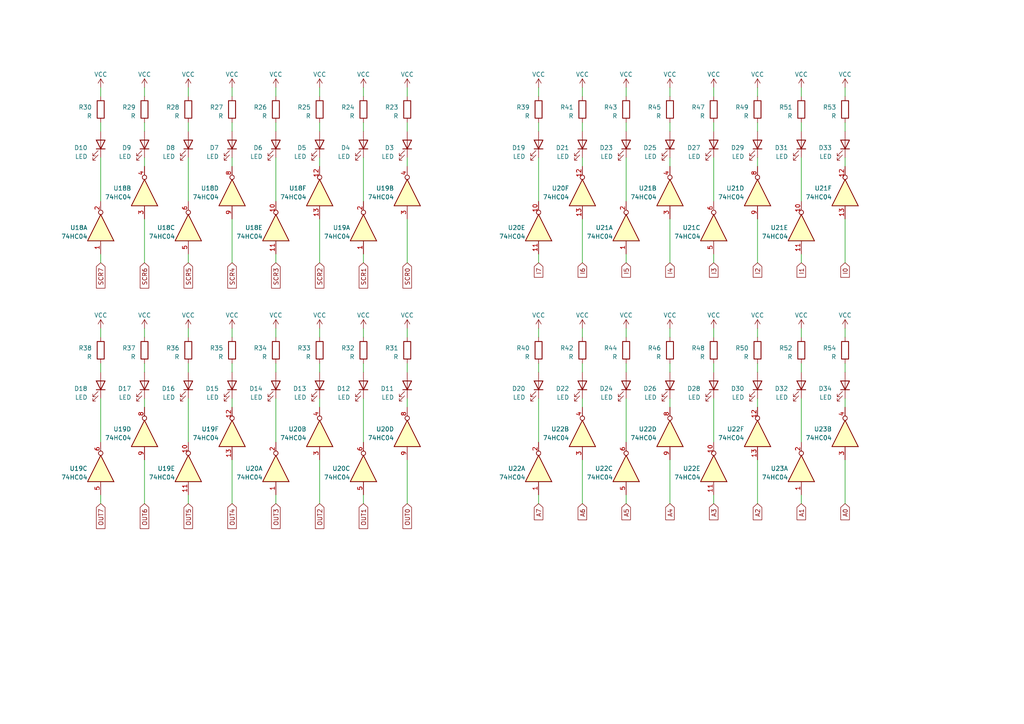
<source format=kicad_sch>
(kicad_sch (version 20230121) (generator eeschema)
  (paper "A4")
  (lib_symbols
    (symbol "74xx:74HC04"
      (property "Reference" "U" (at 0 1.27 0))
      (property "Value" "74HC04" (at 0 -1.27 0))
      (symbol "74HC04_1_0"
        (polyline (pts (xy -3.81 3.81) (xy -3.81 -3.81) (xy 3.81 0) (xy -3.81 3.81)) (stroke (width 0.254)) (fill (type background)))
        (pin input line (at -7.62 0 0) (length 3.81) (name "~") (number "1"))
        (pin output inverted (at 7.62 0 180) (length 3.81) (name "~") (number "2"))
      )
      (symbol "74HC04_2_0"
        (polyline (pts (xy -3.81 3.81) (xy -3.81 -3.81) (xy 3.81 0) (xy -3.81 3.81)) (stroke (width 0.254)) (fill (type background)))
        (pin input line (at -7.62 0 0) (length 3.81) (name "~") (number "3"))
        (pin output inverted (at 7.62 0 180) (length 3.81) (name "~") (number "4"))
      )
      (symbol "74HC04_3_0"
        (polyline (pts (xy -3.81 3.81) (xy -3.81 -3.81) (xy 3.81 0) (xy -3.81 3.81)) (stroke (width 0.254)) (fill (type background)))
        (pin input line (at -7.62 0 0) (length 3.81) (name "~") (number "5"))
        (pin output inverted (at 7.62 0 180) (length 3.81) (name "~") (number "6"))
      )
      (symbol "74HC04_4_0"
        (polyline (pts (xy -3.81 3.81) (xy -3.81 -3.81) (xy 3.81 0) (xy -3.81 3.81)) (stroke (width 0.254)) (fill (type background)))
        (pin output inverted (at 7.62 0 180) (length 3.81) (name "~") (number "8"))
        (pin input line (at -7.62 0 0) (length 3.81) (name "~") (number "9"))
      )
      (symbol "74HC04_5_0"
        (polyline (pts (xy -3.81 3.81) (xy -3.81 -3.81) (xy 3.81 0) (xy -3.81 3.81)) (stroke (width 0.254)) (fill (type background)))
        (pin output inverted (at 7.62 0 180) (length 3.81) (name "~") (number "10"))
        (pin input line (at -7.62 0 0) (length 3.81) (name "~") (number "11"))
      )
      (symbol "74HC04_6_0"
        (polyline (pts (xy -3.81 3.81) (xy -3.81 -3.81) (xy 3.81 0) (xy -3.81 3.81)) (stroke (width 0.254)) (fill (type background)))
        (pin output inverted (at 7.62 0 180) (length 3.81) (name "~") (number "12"))
        (pin input line (at -7.62 0 0) (length 3.81) (name "~") (number "13"))
      )
      (symbol "74HC04_7_0"
        (pin power_in line (at 0 12.7 270) (length 5.08) (name "VCC") (number "14"))
        (pin power_in line (at 0 -12.7 90) (length 5.08) (name "GND") (number "7"))
      )
      (symbol "74HC04_7_1"
        (rectangle (start -5.08 7.62) (end 5.08 -7.62) (stroke (width 0.254)) (fill (type background)))
      )
    )
    (symbol "Device:LED" (pin_numbers hide) (pin_names (offset 1.016) hide)
      (property "Reference" "D" (at 0 2.54 0))
      (property "Value" "LED" (at 0 -2.54 0))
      (symbol "LED_0_1"
        (polyline (pts (xy -1.27 -1.27) (xy -1.27 1.27)) (stroke (width 0.254)))
        (polyline (pts (xy -1.27 0) (xy 1.27 0)))
        (polyline (pts (xy 1.27 -1.27) (xy 1.27 1.27) (xy -1.27 0) (xy 1.27 -1.27)) (stroke (width 0.254)))
        (polyline (pts (xy -3.048 -0.762) (xy -4.572 -2.286) (xy -3.81 -2.286) (xy -4.572 -2.286) (xy -4.572 -1.524)))
        (polyline (pts (xy -1.778 -0.762) (xy -3.302 -2.286) (xy -2.54 -2.286) (xy -3.302 -2.286) (xy -3.302 -1.524)))
      )
      (symbol "LED_1_1"
        (pin passive line (at -3.81 0 0) (length 2.54) (name "K") (number "1"))
        (pin passive line (at 3.81 0 180) (length 2.54) (name "A") (number "2"))
      )
    )
    (symbol "Device:R" (pin_numbers hide) (pin_names (offset 0))
      (property "Reference" "R" (at 2.032 0 90))
      (property "Value" "R" (at 0 0 90))
      (symbol "R_0_1"
        (rectangle (start -1.016 -2.54) (end 1.016 2.54) (stroke (width 0.254)))
      )
      (symbol "R_1_1"
        (pin passive line (at 0 3.81 270) (length 1.27) (name "~") (number "1"))
        (pin passive line (at 0 -3.81 90) (length 1.27) (name "~") (number "2"))
      )
    )
    (symbol "power:VCC" (power) (pin_names (offset 0))
      (property "Value" "VCC" (at 0 3.81 0))
      (symbol "VCC_0_1"
        (polyline (pts (xy -0.762 1.27) (xy 0 2.54)))
        (polyline (pts (xy 0 0) (xy 0 2.54)))
        (polyline (pts (xy 0 2.54) (xy 0.762 1.27)))
      )
      (symbol "VCC_1_1"
        (pin power_in line (at 0 0 90) (length 0) hide (name "VCC") (number "1"))
      )
    )
  )
  (wire (pts (xy 207.01 143.51) (xy 207.01 146.05)))
  (wire (pts (xy 118.11 133.35) (xy 118.11 146.05)))
  (wire (pts (xy 41.91 45.72) (xy 41.91 48.26)))
  (wire (pts (xy 80.01 115.57) (xy 80.01 128.27)))
  (wire (pts (xy 156.21 95.25) (xy 156.21 97.79)))
  (wire (pts (xy 194.31 95.25) (xy 194.31 97.79)))
  (wire (pts (xy 118.11 63.5) (xy 118.11 76.2)))
  (wire (pts (xy 207.01 25.4) (xy 207.01 27.94)))
  (wire (pts (xy 41.91 115.57) (xy 41.91 118.11)))
  (wire (pts (xy 156.21 73.66) (xy 156.21 76.2)))
  (wire (pts (xy 29.21 25.4) (xy 29.21 27.94)))
  (wire (pts (xy 207.01 35.56) (xy 207.01 38.1)))
  (wire (pts (xy 168.91 25.4) (xy 168.91 27.94)))
  (wire (pts (xy 194.31 45.72) (xy 194.31 48.26)))
  (wire (pts (xy 41.91 105.41) (xy 41.91 107.95)))
  (wire (pts (xy 181.61 143.51) (xy 181.61 146.05)))
  (wire (pts (xy 232.41 143.51) (xy 232.41 146.05)))
  (wire (pts (xy 168.91 105.41) (xy 168.91 107.95)))
  (wire (pts (xy 80.01 35.56) (xy 80.01 38.1)))
  (wire (pts (xy 105.41 95.25) (xy 105.41 97.79)))
  (wire (pts (xy 54.61 143.51) (xy 54.61 146.05)))
  (wire (pts (xy 245.11 95.25) (xy 245.11 97.79)))
  (wire (pts (xy 168.91 35.56) (xy 168.91 38.1)))
  (wire (pts (xy 245.11 115.57) (xy 245.11 118.11)))
  (wire (pts (xy 54.61 35.56) (xy 54.61 38.1)))
  (wire (pts (xy 92.71 133.35) (xy 92.71 146.05)))
  (wire (pts (xy 118.11 45.72) (xy 118.11 48.26)))
  (wire (pts (xy 232.41 105.41) (xy 232.41 107.95)))
  (wire (pts (xy 67.31 63.5) (xy 67.31 76.2)))
  (wire (pts (xy 207.01 115.57) (xy 207.01 128.27)))
  (wire (pts (xy 80.01 73.66) (xy 80.01 76.2)))
  (wire (pts (xy 54.61 105.41) (xy 54.61 107.95)))
  (wire (pts (xy 80.01 143.51) (xy 80.01 146.05)))
  (wire (pts (xy 67.31 25.4) (xy 67.31 27.94)))
  (wire (pts (xy 105.41 115.57) (xy 105.41 128.27)))
  (wire (pts (xy 67.31 115.57) (xy 67.31 118.11)))
  (wire (pts (xy 80.01 105.41) (xy 80.01 107.95)))
  (wire (pts (xy 67.31 35.56) (xy 67.31 38.1)))
  (wire (pts (xy 219.71 115.57) (xy 219.71 118.11)))
  (wire (pts (xy 80.01 25.4) (xy 80.01 27.94)))
  (wire (pts (xy 118.11 25.4) (xy 118.11 27.94)))
  (wire (pts (xy 194.31 115.57) (xy 194.31 118.11)))
  (wire (pts (xy 41.91 25.4) (xy 41.91 27.94)))
  (wire (pts (xy 245.11 45.72) (xy 245.11 48.26)))
  (wire (pts (xy 92.71 105.41) (xy 92.71 107.95)))
  (wire (pts (xy 92.71 25.4) (xy 92.71 27.94)))
  (wire (pts (xy 168.91 45.72) (xy 168.91 48.26)))
  (wire (pts (xy 29.21 143.51) (xy 29.21 146.05)))
  (wire (pts (xy 29.21 35.56) (xy 29.21 38.1)))
  (wire (pts (xy 92.71 95.25) (xy 92.71 97.79)))
  (wire (pts (xy 207.01 45.72) (xy 207.01 58.42)))
  (wire (pts (xy 194.31 133.35) (xy 194.31 146.05)))
  (wire (pts (xy 156.21 35.56) (xy 156.21 38.1)))
  (wire (pts (xy 54.61 25.4) (xy 54.61 27.94)))
  (wire (pts (xy 194.31 25.4) (xy 194.31 27.94)))
  (wire (pts (xy 29.21 115.57) (xy 29.21 128.27)))
  (wire (pts (xy 168.91 115.57) (xy 168.91 118.11)))
  (wire (pts (xy 232.41 95.25) (xy 232.41 97.79)))
  (wire (pts (xy 105.41 45.72) (xy 105.41 58.42)))
  (wire (pts (xy 92.71 35.56) (xy 92.71 38.1)))
  (wire (pts (xy 245.11 35.56) (xy 245.11 38.1)))
  (wire (pts (xy 41.91 35.56) (xy 41.91 38.1)))
  (wire (pts (xy 232.41 25.4) (xy 232.41 27.94)))
  (wire (pts (xy 156.21 115.57) (xy 156.21 128.27)))
  (wire (pts (xy 219.71 105.41) (xy 219.71 107.95)))
  (wire (pts (xy 181.61 45.72) (xy 181.61 58.42)))
  (wire (pts (xy 118.11 115.57) (xy 118.11 118.11)))
  (wire (pts (xy 118.11 95.25) (xy 118.11 97.79)))
  (wire (pts (xy 245.11 63.5) (xy 245.11 76.2)))
  (wire (pts (xy 245.11 25.4) (xy 245.11 27.94)))
  (wire (pts (xy 54.61 115.57) (xy 54.61 128.27)))
  (wire (pts (xy 181.61 115.57) (xy 181.61 128.27)))
  (wire (pts (xy 29.21 73.66) (xy 29.21 76.2)))
  (wire (pts (xy 194.31 35.56) (xy 194.31 38.1)))
  (wire (pts (xy 67.31 45.72) (xy 67.31 48.26)))
  (wire (pts (xy 92.71 63.5) (xy 92.71 76.2)))
  (wire (pts (xy 168.91 95.25) (xy 168.91 97.79)))
  (wire (pts (xy 41.91 133.35) (xy 41.91 146.05)))
  (wire (pts (xy 194.31 105.41) (xy 194.31 107.95)))
  (wire (pts (xy 181.61 105.41) (xy 181.61 107.95)))
  (wire (pts (xy 232.41 45.72) (xy 232.41 58.42)))
  (wire (pts (xy 245.11 133.35) (xy 245.11 146.05)))
  (wire (pts (xy 245.11 105.41) (xy 245.11 107.95)))
  (wire (pts (xy 194.31 63.5) (xy 194.31 76.2)))
  (wire (pts (xy 29.21 95.25) (xy 29.21 97.79)))
  (wire (pts (xy 232.41 35.56) (xy 232.41 38.1)))
  (wire (pts (xy 219.71 95.25) (xy 219.71 97.79)))
  (wire (pts (xy 67.31 105.41) (xy 67.31 107.95)))
  (wire (pts (xy 207.01 95.25) (xy 207.01 97.79)))
  (wire (pts (xy 54.61 95.25) (xy 54.61 97.79)))
  (wire (pts (xy 219.71 35.56) (xy 219.71 38.1)))
  (wire (pts (xy 207.01 73.66) (xy 207.01 76.2)))
  (wire (pts (xy 67.31 95.25) (xy 67.31 97.79)))
  (wire (pts (xy 92.71 115.57) (xy 92.71 118.11)))
  (wire (pts (xy 181.61 73.66) (xy 181.61 76.2)))
  (wire (pts (xy 41.91 63.5) (xy 41.91 76.2)))
  (wire (pts (xy 181.61 35.56) (xy 181.61 38.1)))
  (wire (pts (xy 105.41 143.51) (xy 105.41 146.05)))
  (wire (pts (xy 156.21 143.51) (xy 156.21 146.05)))
  (wire (pts (xy 105.41 35.56) (xy 105.41 38.1)))
  (wire (pts (xy 80.01 45.72) (xy 80.01 58.42)))
  (wire (pts (xy 232.41 73.66) (xy 232.41 76.2)))
  (wire (pts (xy 29.21 105.41) (xy 29.21 107.95)))
  (wire (pts (xy 41.91 95.25) (xy 41.91 97.79)))
  (wire (pts (xy 105.41 73.66) (xy 105.41 76.2)))
  (wire (pts (xy 168.91 133.35) (xy 168.91 146.05)))
  (wire (pts (xy 219.71 133.35) (xy 219.71 146.05)))
  (wire (pts (xy 105.41 105.41) (xy 105.41 107.95)))
  (wire (pts (xy 156.21 45.72) (xy 156.21 58.42)))
  (wire (pts (xy 219.71 63.5) (xy 219.71 76.2)))
  (wire (pts (xy 80.01 95.25) (xy 80.01 97.79)))
  (wire (pts (xy 156.21 105.41) (xy 156.21 107.95)))
  (wire (pts (xy 156.21 25.4) (xy 156.21 27.94)))
  (wire (pts (xy 207.01 105.41) (xy 207.01 107.95)))
  (wire (pts (xy 92.71 45.72) (xy 92.71 48.26)))
  (wire (pts (xy 54.61 73.66) (xy 54.61 76.2)))
  (wire (pts (xy 54.61 45.72) (xy 54.61 58.42)))
  (wire (pts (xy 105.41 25.4) (xy 105.41 27.94)))
  (wire (pts (xy 118.11 105.41) (xy 118.11 107.95)))
  (wire (pts (xy 181.61 95.25) (xy 181.61 97.79)))
  (wire (pts (xy 219.71 45.72) (xy 219.71 48.26)))
  (wire (pts (xy 118.11 35.56) (xy 118.11 38.1)))
  (wire (pts (xy 67.31 133.35) (xy 67.31 146.05)))
  (wire (pts (xy 29.21 45.72) (xy 29.21 58.42)))
  (wire (pts (xy 181.61 25.4) (xy 181.61 27.94)))
  (wire (pts (xy 168.91 63.5) (xy 168.91 76.2)))
  (wire (pts (xy 232.41 115.57) (xy 232.41 128.27)))
  (wire (pts (xy 219.71 25.4) (xy 219.71 27.94)))
  (global_label "I6" (shape input) (at 168.91 76.2 270) (property "Intersheetrefs" "${INTERSHEET_REFS}" (effects hide)))
  (global_label "I3" (shape input) (at 207.01 76.2 270) (property "Intersheetrefs" "${INTERSHEET_REFS}" (effects hide)))
  (global_label "A5" (shape input) (at 181.61 146.05 270) (property "Intersheetrefs" "${INTERSHEET_REFS}" (effects hide)))
  (global_label "A0" (shape input) (at 245.11 146.05 270) (property "Intersheetrefs" "${INTERSHEET_REFS}" (effects hide)))
  (global_label "A7" (shape input) (at 156.21 146.05 270) (property "Intersheetrefs" "${INTERSHEET_REFS}" (effects hide)))
  (global_label "I5" (shape input) (at 181.61 76.2 270) (property "Intersheetrefs" "${INTERSHEET_REFS}" (effects hide)))
  (global_label "A3" (shape input) (at 207.01 146.05 270) (property "Intersheetrefs" "${INTERSHEET_REFS}" (effects hide)))
  (global_label "SCR7" (shape input) (at 29.21 76.2 270) (property "Intersheetrefs" "${INTERSHEET_REFS}" (effects hide)))
  (global_label "SCR0" (shape input) (at 118.11 76.2 270) (property "Intersheetrefs" "${INTERSHEET_REFS}" (effects hide)))
  (global_label "I0" (shape input) (at 245.11 76.2 270) (property "Intersheetrefs" "${INTERSHEET_REFS}" (effects hide)))
  (global_label "OUT2" (shape input) (at 92.71 146.05 270) (property "Intersheetrefs" "${INTERSHEET_REFS}" (effects hide)))
  (global_label "SCR4" (shape input) (at 67.31 76.2 270) (property "Intersheetrefs" "${INTERSHEET_REFS}" (effects hide)))
  (global_label "A4" (shape input) (at 194.31 146.05 270) (property "Intersheetrefs" "${INTERSHEET_REFS}" (effects hide)))
  (global_label "OUT1" (shape input) (at 105.41 146.05 270) (property "Intersheetrefs" "${INTERSHEET_REFS}" (effects hide)))
  (global_label "OUT5" (shape input) (at 54.61 146.05 270) (property "Intersheetrefs" "${INTERSHEET_REFS}" (effects hide)))
  (global_label "A1" (shape input) (at 232.41 146.05 270) (property "Intersheetrefs" "${INTERSHEET_REFS}" (effects hide)))
  (global_label "OUT3" (shape input) (at 80.01 146.05 270) (property "Intersheetrefs" "${INTERSHEET_REFS}" (effects hide)))
  (global_label "A6" (shape input) (at 168.91 146.05 270) (property "Intersheetrefs" "${INTERSHEET_REFS}" (effects hide)))
  (global_label "OUT7" (shape input) (at 29.21 146.05 270) (property "Intersheetrefs" "${INTERSHEET_REFS}" (effects hide)))
  (global_label "A2" (shape input) (at 219.71 146.05 270) (property "Intersheetrefs" "${INTERSHEET_REFS}" (effects hide)))
  (global_label "OUT6" (shape input) (at 41.91 146.05 270) (property "Intersheetrefs" "${INTERSHEET_REFS}" (effects hide)))
  (global_label "SCR1" (shape input) (at 105.41 76.2 270) (property "Intersheetrefs" "${INTERSHEET_REFS}" (effects hide)))
  (global_label "SCR5" (shape input) (at 54.61 76.2 270) (property "Intersheetrefs" "${INTERSHEET_REFS}" (effects hide)))
  (global_label "OUT0" (shape input) (at 118.11 146.05 270) (property "Intersheetrefs" "${INTERSHEET_REFS}" (effects hide)))
  (global_label "OUT4" (shape input) (at 67.31 146.05 270) (property "Intersheetrefs" "${INTERSHEET_REFS}" (effects hide)))
  (global_label "I4" (shape input) (at 194.31 76.2 270) (property "Intersheetrefs" "${INTERSHEET_REFS}" (effects hide)))
  (global_label "I7" (shape input) (at 156.21 76.2 270) (property "Intersheetrefs" "${INTERSHEET_REFS}" (effects hide)))
  (global_label "SCR6" (shape input) (at 41.91 76.2 270) (property "Intersheetrefs" "${INTERSHEET_REFS}" (effects hide)))
  (global_label "I1" (shape input) (at 232.41 76.2 270) (property "Intersheetrefs" "${INTERSHEET_REFS}" (effects hide)))
  (global_label "I2" (shape input) (at 219.71 76.2 270) (property "Intersheetrefs" "${INTERSHEET_REFS}" (effects hide)))
  (global_label "SCR3" (shape input) (at 80.01 76.2 270) (property "Intersheetrefs" "${INTERSHEET_REFS}" (effects hide)))
  (global_label "SCR2" (shape input) (at 92.71 76.2 270) (property "Intersheetrefs" "${INTERSHEET_REFS}" (effects hide)))
  (symbol (lib_id "power:VCC") (at 207.01 95.25 0) (mirror y) (unit 1)
    (property "Reference" "#PWR0103" (effects hide))
    (property "Value" "VCC" (at 207.01 91.44 0))
  )
  (symbol (lib_id "Device:R") (at 245.11 31.75 0) (mirror y) (unit 1)
    (property "Reference" "R53" (at 242.57 31.115 0) (effects (justify left)))
    (property "Value" "R" (at 242.57 33.655 0) (effects (justify left)))
  )
  (symbol (lib_id "Device:LED") (at 245.11 41.91 270) (mirror x) (unit 1)
    (property "Reference" "D33" (at 241.3 42.8625 90) (effects (justify right)))
    (property "Value" "LED" (at 241.3 45.4025 90) (effects (justify right)))
  )
  (symbol (lib_id "power:VCC") (at 54.61 25.4 0) (mirror y) (unit 1)
    (property "Reference" "#PWR083" (effects hide))
    (property "Value" "VCC" (at 54.61 21.59 0))
  )
  (symbol (lib_id "power:VCC") (at 245.11 95.25 0) (mirror y) (unit 1)
    (property "Reference" "#PWR0109" (effects hide))
    (property "Value" "VCC" (at 245.11 91.44 0))
  )
  (symbol (lib_id "power:VCC") (at 118.11 95.25 0) (mirror y) (unit 1)
    (property "Reference" "#PWR086" (effects hide))
    (property "Value" "VCC" (at 118.11 91.44 0))
  )
  (symbol (lib_id "Device:R") (at 92.71 101.6 0) (mirror y) (unit 1)
    (property "Reference" "R33" (at 90.17 100.965 0) (effects (justify left)))
    (property "Value" "R" (at 90.17 103.505 0) (effects (justify left)))
  )
  (symbol (lib_id "74xx:74HC04") (at 92.71 125.73 270) (mirror x) (unit 2)
    (property "Reference" "U20" (at 88.9 124.46 90) (effects (justify right)))
    (property "Value" "74HC04" (at 88.9 127 90) (effects (justify right)))
    (property "Datasheet" "https://assets.nexperia.com/documents/data-sheet/74HC_HCT04.pdf" (effects hide))
  )
  (symbol (lib_id "74xx:74HC04") (at 29.21 135.89 270) (mirror x) (unit 3)
    (property "Reference" "U19" (at 25.4 135.89 90) (effects (justify right)))
    (property "Value" "74HC04" (at 25.4 138.43 90) (effects (justify right)))
    (property "Datasheet" "https://assets.nexperia.com/documents/data-sheet/74HC_HCT04.pdf" (effects hide))
  )
  (symbol (lib_id "74xx:74HC04") (at 67.31 55.88 270) (mirror x) (unit 4)
    (property "Reference" "U18" (at 63.5 54.61 90) (effects (justify right)))
    (property "Value" "74HC04" (at 63.5 57.15 90) (effects (justify right)))
    (property "Datasheet" "https://assets.nexperia.com/documents/data-sheet/74HC_HCT04.pdf" (effects hide))
  )
  (symbol (lib_id "74xx:74HC04") (at 118.11 125.73 270) (mirror x) (unit 4)
    (property "Reference" "U20" (at 114.3 124.46 90) (effects (justify right)))
    (property "Value" "74HC04" (at 114.3 127 90) (effects (justify right)))
    (property "Datasheet" "https://assets.nexperia.com/documents/data-sheet/74HC_HCT04.pdf" (effects hide))
  )
  (symbol (lib_id "74xx:74HC04") (at 67.31 125.73 270) (mirror x) (unit 6)
    (property "Reference" "U19" (at 63.5 124.46 90) (effects (justify right)))
    (property "Value" "74HC04" (at 63.5 127 90) (effects (justify right)))
    (property "Datasheet" "https://assets.nexperia.com/documents/data-sheet/74HC_HCT04.pdf" (effects hide))
  )
  (symbol (lib_id "Device:LED") (at 54.61 41.91 270) (mirror x) (unit 1)
    (property "Reference" "D8" (at 50.8 42.8625 90) (effects (justify right)))
    (property "Value" "LED" (at 50.8 45.4025 90) (effects (justify right)))
  )
  (symbol (lib_id "74xx:74HC04") (at 105.41 135.89 270) (mirror x) (unit 3)
    (property "Reference" "U20" (at 101.6 135.89 90) (effects (justify right)))
    (property "Value" "74HC04" (at 101.6 138.43 90) (effects (justify right)))
    (property "Datasheet" "https://assets.nexperia.com/documents/data-sheet/74HC_HCT04.pdf" (effects hide))
  )
  (symbol (lib_id "Device:R") (at 207.01 31.75 0) (mirror y) (unit 1)
    (property "Reference" "R47" (at 204.47 31.115 0) (effects (justify left)))
    (property "Value" "R" (at 204.47 33.655 0) (effects (justify left)))
  )
  (symbol (lib_id "Device:R") (at 118.11 31.75 0) (mirror y) (unit 1)
    (property "Reference" "R23" (at 115.57 31.115 0) (effects (justify left)))
    (property "Value" "R" (at 115.57 33.655 0) (effects (justify left)))
  )
  (symbol (lib_id "Device:R") (at 41.91 31.75 0) (mirror y) (unit 1)
    (property "Reference" "R29" (at 39.37 31.115 0) (effects (justify left)))
    (property "Value" "R" (at 39.37 33.655 0) (effects (justify left)))
  )
  (symbol (lib_id "Device:R") (at 105.41 101.6 0) (mirror y) (unit 1)
    (property "Reference" "R32" (at 102.87 100.965 0) (effects (justify left)))
    (property "Value" "R" (at 102.87 103.505 0) (effects (justify left)))
  )
  (symbol (lib_id "74xx:74HC04") (at 29.21 66.04 270) (mirror x) (unit 1)
    (property "Reference" "U18" (at 25.4 66.04 90) (effects (justify right)))
    (property "Value" "74HC04" (at 25.4 68.58 90) (effects (justify right)))
    (property "Datasheet" "https://assets.nexperia.com/documents/data-sheet/74HC_HCT04.pdf" (effects hide))
  )
  (symbol (lib_id "Device:R") (at 67.31 31.75 0) (mirror y) (unit 1)
    (property "Reference" "R27" (at 64.77 31.115 0) (effects (justify left)))
    (property "Value" "R" (at 64.77 33.655 0) (effects (justify left)))
  )
  (symbol (lib_id "Device:LED") (at 156.21 41.91 270) (mirror x) (unit 1)
    (property "Reference" "D19" (at 152.4 42.8625 90) (effects (justify right)))
    (property "Value" "LED" (at 152.4 45.4025 90) (effects (justify right)))
  )
  (symbol (lib_id "Device:R") (at 29.21 31.75 0) (mirror y) (unit 1)
    (property "Reference" "R30" (at 26.67 31.115 0) (effects (justify left)))
    (property "Value" "R" (at 26.67 33.655 0) (effects (justify left)))
  )
  (symbol (lib_id "power:VCC") (at 232.41 25.4 0) (mirror y) (unit 1)
    (property "Reference" "#PWR0106" (effects hide))
    (property "Value" "VCC" (at 232.41 21.59 0))
  )
  (symbol (lib_id "74xx:74HC04") (at 194.31 55.88 270) (mirror x) (unit 2)
    (property "Reference" "U21" (at 190.5 54.61 90) (effects (justify right)))
    (property "Value" "74HC04" (at 190.5 57.15 90) (effects (justify right)))
    (property "Datasheet" "https://assets.nexperia.com/documents/data-sheet/74HC_HCT04.pdf" (effects hide))
  )
  (symbol (lib_id "74xx:74HC04") (at 54.61 66.04 270) (mirror x) (unit 3)
    (property "Reference" "U18" (at 50.8 66.04 90) (effects (justify right)))
    (property "Value" "74HC04" (at 50.8 68.58 90) (effects (justify right)))
    (property "Datasheet" "https://assets.nexperia.com/documents/data-sheet/74HC_HCT04.pdf" (effects hide))
  )
  (symbol (lib_id "Device:R") (at 219.71 31.75 0) (mirror y) (unit 1)
    (property "Reference" "R49" (at 217.17 31.115 0) (effects (justify left)))
    (property "Value" "R" (at 217.17 33.655 0) (effects (justify left)))
  )
  (symbol (lib_id "74xx:74HC04") (at 181.61 66.04 270) (mirror x) (unit 1)
    (property "Reference" "U21" (at 177.8 66.04 90) (effects (justify right)))
    (property "Value" "74HC04" (at 177.8 68.58 90) (effects (justify right)))
    (property "Datasheet" "https://assets.nexperia.com/documents/data-sheet/74HC_HCT04.pdf" (effects hide))
  )
  (symbol (lib_id "Device:R") (at 232.41 101.6 0) (mirror y) (unit 1)
    (property "Reference" "R52" (at 229.87 100.965 0) (effects (justify left)))
    (property "Value" "R" (at 229.87 103.505 0) (effects (justify left)))
  )
  (symbol (lib_id "power:VCC") (at 29.21 95.25 0) (mirror y) (unit 1)
    (property "Reference" "#PWR093" (effects hide))
    (property "Value" "VCC" (at 29.21 91.44 0))
  )
  (symbol (lib_id "Device:LED") (at 168.91 41.91 270) (mirror x) (unit 1)
    (property "Reference" "D21" (at 165.1 42.8625 90) (effects (justify right)))
    (property "Value" "LED" (at 165.1 45.4025 90) (effects (justify right)))
  )
  (symbol (lib_id "power:VCC") (at 168.91 25.4 0) (mirror y) (unit 1)
    (property "Reference" "#PWR096" (effects hide))
    (property "Value" "VCC" (at 168.91 21.59 0))
  )
  (symbol (lib_id "Device:LED") (at 29.21 111.76 270) (mirror x) (unit 1)
    (property "Reference" "D18" (at 25.4 112.7125 90) (effects (justify right)))
    (property "Value" "LED" (at 25.4 115.2525 90) (effects (justify right)))
  )
  (symbol (lib_id "74xx:74HC04") (at 41.91 125.73 270) (mirror x) (unit 4)
    (property "Reference" "U19" (at 38.1 124.46 90) (effects (justify right)))
    (property "Value" "74HC04" (at 38.1 127 90) (effects (justify right)))
    (property "Datasheet" "https://assets.nexperia.com/documents/data-sheet/74HC_HCT04.pdf" (effects hide))
  )
  (symbol (lib_id "Device:LED") (at 105.41 111.76 270) (mirror x) (unit 1)
    (property "Reference" "D12" (at 101.6 112.7125 90) (effects (justify right)))
    (property "Value" "LED" (at 101.6 115.2525 90) (effects (justify right)))
  )
  (symbol (lib_id "power:VCC") (at 207.01 25.4 0) (mirror y) (unit 1)
    (property "Reference" "#PWR0102" (effects hide))
    (property "Value" "VCC" (at 207.01 21.59 0))
  )
  (symbol (lib_id "power:VCC") (at 168.91 95.25 0) (mirror y) (unit 1)
    (property "Reference" "#PWR097" (effects hide))
    (property "Value" "VCC" (at 168.91 91.44 0))
  )
  (symbol (lib_id "Device:R") (at 219.71 101.6 0) (mirror y) (unit 1)
    (property "Reference" "R50" (at 217.17 100.965 0) (effects (justify left)))
    (property "Value" "R" (at 217.17 103.505 0) (effects (justify left)))
  )
  (symbol (lib_id "Device:R") (at 80.01 31.75 0) (mirror y) (unit 1)
    (property "Reference" "R26" (at 77.47 31.115 0) (effects (justify left)))
    (property "Value" "R" (at 77.47 33.655 0) (effects (justify left)))
  )
  (symbol (lib_id "74xx:74HC04") (at 207.01 135.89 270) (mirror x) (unit 5)
    (property "Reference" "U22" (at 203.2 135.89 90) (effects (justify right)))
    (property "Value" "74HC04" (at 203.2 138.43 90) (effects (justify right)))
    (property "Datasheet" "https://assets.nexperia.com/documents/data-sheet/74HC_HCT04.pdf" (effects hide))
  )
  (symbol (lib_id "power:VCC") (at 80.01 25.4 0) (mirror y) (unit 1)
    (property "Reference" "#PWR081" (effects hide))
    (property "Value" "VCC" (at 80.01 21.59 0))
  )
  (symbol (lib_id "Device:LED") (at 194.31 111.76 270) (mirror x) (unit 1)
    (property "Reference" "D26" (at 190.5 112.7125 90) (effects (justify right)))
    (property "Value" "LED" (at 190.5 115.2525 90) (effects (justify right)))
  )
  (symbol (lib_id "Device:LED") (at 67.31 41.91 270) (mirror x) (unit 1)
    (property "Reference" "D7" (at 63.5 42.8625 90) (effects (justify right)))
    (property "Value" "LED" (at 63.5 45.4025 90) (effects (justify right)))
  )
  (symbol (lib_id "Device:LED") (at 156.21 111.76 270) (mirror x) (unit 1)
    (property "Reference" "D20" (at 152.4 112.7125 90) (effects (justify right)))
    (property "Value" "LED" (at 152.4 115.2525 90) (effects (justify right)))
  )
  (symbol (lib_id "Device:LED") (at 207.01 111.76 270) (mirror x) (unit 1)
    (property "Reference" "D28" (at 203.2 112.7125 90) (effects (justify right)))
    (property "Value" "LED" (at 203.2 115.2525 90) (effects (justify right)))
  )
  (symbol (lib_id "Device:LED") (at 194.31 41.91 270) (mirror x) (unit 1)
    (property "Reference" "D25" (at 190.5 42.8625 90) (effects (justify right)))
    (property "Value" "LED" (at 190.5 45.4025 90) (effects (justify right)))
  )
  (symbol (lib_id "power:VCC") (at 181.61 95.25 0) (mirror y) (unit 1)
    (property "Reference" "#PWR099" (effects hide))
    (property "Value" "VCC" (at 181.61 91.44 0))
  )
  (symbol (lib_id "Device:LED") (at 54.61 111.76 270) (mirror x) (unit 1)
    (property "Reference" "D16" (at 50.8 112.7125 90) (effects (justify right)))
    (property "Value" "LED" (at 50.8 115.2525 90) (effects (justify right)))
  )
  (symbol (lib_id "74xx:74HC04") (at 118.11 55.88 270) (mirror x) (unit 2)
    (property "Reference" "U19" (at 114.3 54.61 90) (effects (justify right)))
    (property "Value" "74HC04" (at 114.3 57.15 90) (effects (justify right)))
    (property "Datasheet" "https://assets.nexperia.com/documents/data-sheet/74HC_HCT04.pdf" (effects hide))
  )
  (symbol (lib_id "Device:LED") (at 219.71 111.76 270) (mirror x) (unit 1)
    (property "Reference" "D30" (at 215.9 112.7125 90) (effects (justify right)))
    (property "Value" "LED" (at 215.9 115.2525 90) (effects (justify right)))
  )
  (symbol (lib_id "Device:LED") (at 219.71 41.91 270) (mirror x) (unit 1)
    (property "Reference" "D29" (at 215.9 42.8625 90) (effects (justify right)))
    (property "Value" "LED" (at 215.9 45.4025 90) (effects (justify right)))
  )
  (symbol (lib_id "Device:R") (at 207.01 101.6 0) (mirror y) (unit 1)
    (property "Reference" "R48" (at 204.47 100.965 0) (effects (justify left)))
    (property "Value" "R" (at 204.47 103.505 0) (effects (justify left)))
  )
  (symbol (lib_id "74xx:74HC04") (at 80.01 66.04 270) (mirror x) (unit 5)
    (property "Reference" "U18" (at 76.2 66.04 90) (effects (justify right)))
    (property "Value" "74HC04" (at 76.2 68.58 90) (effects (justify right)))
    (property "Datasheet" "https://assets.nexperia.com/documents/data-sheet/74HC_HCT04.pdf" (effects hide))
  )
  (symbol (lib_id "Device:LED") (at 207.01 41.91 270) (mirror x) (unit 1)
    (property "Reference" "D27" (at 203.2 42.8625 90) (effects (justify right)))
    (property "Value" "LED" (at 203.2 45.4025 90) (effects (justify right)))
  )
  (symbol (lib_id "74xx:74HC04") (at 54.61 135.89 270) (mirror x) (unit 5)
    (property "Reference" "U19" (at 50.8 135.89 90) (effects (justify right)))
    (property "Value" "74HC04" (at 50.8 138.43 90) (effects (justify right)))
    (property "Datasheet" "https://assets.nexperia.com/documents/data-sheet/74HC_HCT04.pdf" (effects hide))
  )
  (symbol (lib_id "Device:R") (at 92.71 31.75 0) (mirror y) (unit 1)
    (property "Reference" "R25" (at 90.17 31.115 0) (effects (justify left)))
    (property "Value" "R" (at 90.17 33.655 0) (effects (justify left)))
  )
  (symbol (lib_id "Device:R") (at 194.31 31.75 0) (mirror y) (unit 1)
    (property "Reference" "R45" (at 191.77 31.115 0) (effects (justify left)))
    (property "Value" "R" (at 191.77 33.655 0) (effects (justify left)))
  )
  (symbol (lib_id "Device:LED") (at 92.71 41.91 270) (mirror x) (unit 1)
    (property "Reference" "D5" (at 88.9 42.8625 90) (effects (justify right)))
    (property "Value" "LED" (at 88.9 45.4025 90) (effects (justify right)))
  )
  (symbol (lib_id "power:VCC") (at 118.11 25.4 0) (mirror y) (unit 1)
    (property "Reference" "#PWR078" (effects hide))
    (property "Value" "VCC" (at 118.11 21.59 0))
  )
  (symbol (lib_id "74xx:74HC04") (at 105.41 66.04 270) (mirror x) (unit 1)
    (property "Reference" "U19" (at 101.6 66.04 90) (effects (justify right)))
    (property "Value" "74HC04" (at 101.6 68.58 90) (effects (justify right)))
    (property "Datasheet" "https://assets.nexperia.com/documents/data-sheet/74HC_HCT04.pdf" (effects hide))
  )
  (symbol (lib_id "power:VCC") (at 194.31 95.25 0) (mirror y) (unit 1)
    (property "Reference" "#PWR0101" (effects hide))
    (property "Value" "VCC" (at 194.31 91.44 0))
  )
  (symbol (lib_id "Device:LED") (at 41.91 111.76 270) (mirror x) (unit 1)
    (property "Reference" "D17" (at 38.1 112.7125 90) (effects (justify right)))
    (property "Value" "LED" (at 38.1 115.2525 90) (effects (justify right)))
  )
  (symbol (lib_id "power:VCC") (at 156.21 25.4 0) (mirror y) (unit 1)
    (property "Reference" "#PWR094" (effects hide))
    (property "Value" "VCC" (at 156.21 21.59 0))
  )
  (symbol (lib_id "Device:R") (at 194.31 101.6 0) (mirror y) (unit 1)
    (property "Reference" "R46" (at 191.77 100.965 0) (effects (justify left)))
    (property "Value" "R" (at 191.77 103.505 0) (effects (justify left)))
  )
  (symbol (lib_id "power:VCC") (at 41.91 25.4 0) (mirror y) (unit 1)
    (property "Reference" "#PWR084" (effects hide))
    (property "Value" "VCC" (at 41.91 21.59 0))
  )
  (symbol (lib_id "power:VCC") (at 80.01 95.25 0) (mirror y) (unit 1)
    (property "Reference" "#PWR089" (effects hide))
    (property "Value" "VCC" (at 80.01 91.44 0))
  )
  (symbol (lib_id "power:VCC") (at 92.71 95.25 0) (mirror y) (unit 1)
    (property "Reference" "#PWR088" (effects hide))
    (property "Value" "VCC" (at 92.71 91.44 0))
  )
  (symbol (lib_id "Device:R") (at 105.41 31.75 0) (mirror y) (unit 1)
    (property "Reference" "R24" (at 102.87 31.115 0) (effects (justify left)))
    (property "Value" "R" (at 102.87 33.655 0) (effects (justify left)))
  )
  (symbol (lib_id "74xx:74HC04") (at 156.21 66.04 270) (mirror x) (unit 5)
    (property "Reference" "U20" (at 152.4 66.04 90) (effects (justify right)))
    (property "Value" "74HC04" (at 152.4 68.58 90) (effects (justify right)))
    (property "Datasheet" "https://assets.nexperia.com/documents/data-sheet/74HC_HCT04.pdf" (effects hide))
  )
  (symbol (lib_id "74xx:74HC04") (at 207.01 66.04 270) (mirror x) (unit 3)
    (property "Reference" "U21" (at 203.2 66.04 90) (effects (justify right)))
    (property "Value" "74HC04" (at 203.2 68.58 90) (effects (justify right)))
    (property "Datasheet" "https://assets.nexperia.com/documents/data-sheet/74HC_HCT04.pdf" (effects hide))
  )
  (symbol (lib_id "power:VCC") (at 105.41 95.25 0) (mirror y) (unit 1)
    (property "Reference" "#PWR087" (effects hide))
    (property "Value" "VCC" (at 105.41 91.44 0))
  )
  (symbol (lib_id "Device:LED") (at 105.41 41.91 270) (mirror x) (unit 1)
    (property "Reference" "D4" (at 101.6 42.8625 90) (effects (justify right)))
    (property "Value" "LED" (at 101.6 45.4025 90) (effects (justify right)))
  )
  (symbol (lib_id "Device:R") (at 181.61 101.6 0) (mirror y) (unit 1)
    (property "Reference" "R44" (at 179.07 100.965 0) (effects (justify left)))
    (property "Value" "R" (at 179.07 103.505 0) (effects (justify left)))
  )
  (symbol (lib_id "Device:LED") (at 232.41 41.91 270) (mirror x) (unit 1)
    (property "Reference" "D31" (at 228.6 42.8625 90) (effects (justify right)))
    (property "Value" "LED" (at 228.6 45.4025 90) (effects (justify right)))
  )
  (symbol (lib_id "Device:R") (at 168.91 31.75 0) (mirror y) (unit 1)
    (property "Reference" "R41" (at 166.37 31.115 0) (effects (justify left)))
    (property "Value" "R" (at 166.37 33.655 0) (effects (justify left)))
  )
  (symbol (lib_id "Device:LED") (at 41.91 41.91 270) (mirror x) (unit 1)
    (property "Reference" "D9" (at 38.1 42.8625 90) (effects (justify right)))
    (property "Value" "LED" (at 38.1 45.4025 90) (effects (justify right)))
  )
  (symbol (lib_id "74xx:74HC04") (at 181.61 135.89 270) (mirror x) (unit 3)
    (property "Reference" "U22" (at 177.8 135.89 90) (effects (justify right)))
    (property "Value" "74HC04" (at 177.8 138.43 90) (effects (justify right)))
    (property "Datasheet" "https://assets.nexperia.com/documents/data-sheet/74HC_HCT04.pdf" (effects hide))
  )
  (symbol (lib_id "74xx:74HC04") (at 245.11 55.88 270) (mirror x) (unit 6)
    (property "Reference" "U21" (at 241.3 54.61 90) (effects (justify right)))
    (property "Value" "74HC04" (at 241.3 57.15 90) (effects (justify right)))
    (property "Datasheet" "https://assets.nexperia.com/documents/data-sheet/74HC_HCT04.pdf" (effects hide))
  )
  (symbol (lib_id "74xx:74HC04") (at 41.91 55.88 270) (mirror x) (unit 2)
    (property "Reference" "U18" (at 38.1 54.61 90) (effects (justify right)))
    (property "Value" "74HC04" (at 38.1 57.15 90) (effects (justify right)))
    (property "Datasheet" "https://assets.nexperia.com/documents/data-sheet/74HC_HCT04.pdf" (effects hide))
  )
  (symbol (lib_id "Device:LED") (at 67.31 111.76 270) (mirror x) (unit 1)
    (property "Reference" "D15" (at 63.5 112.7125 90) (effects (justify right)))
    (property "Value" "LED" (at 63.5 115.2525 90) (effects (justify right)))
  )
  (symbol (lib_id "74xx:74HC04") (at 232.41 135.89 270) (mirror x) (unit 1)
    (property "Reference" "U23" (at 228.6 135.89 90) (effects (justify right)))
    (property "Value" "74HC04" (at 228.6 138.43 90) (effects (justify right)))
    (property "Datasheet" "https://assets.nexperia.com/documents/data-sheet/74HC_HCT04.pdf" (effects hide))
  )
  (symbol (lib_id "Device:R") (at 245.11 101.6 0) (mirror y) (unit 1)
    (property "Reference" "R54" (at 242.57 100.965 0) (effects (justify left)))
    (property "Value" "R" (at 242.57 103.505 0) (effects (justify left)))
  )
  (symbol (lib_id "Device:LED") (at 80.01 111.76 270) (mirror x) (unit 1)
    (property "Reference" "D14" (at 76.2 112.7125 90) (effects (justify right)))
    (property "Value" "LED" (at 76.2 115.2525 90) (effects (justify right)))
  )
  (symbol (lib_id "power:VCC") (at 54.61 95.25 0) (mirror y) (unit 1)
    (property "Reference" "#PWR091" (effects hide))
    (property "Value" "VCC" (at 54.61 91.44 0))
  )
  (symbol (lib_id "Device:R") (at 67.31 101.6 0) (mirror y) (unit 1)
    (property "Reference" "R35" (at 64.77 100.965 0) (effects (justify left)))
    (property "Value" "R" (at 64.77 103.505 0) (effects (justify left)))
  )
  (symbol (lib_id "74xx:74HC04") (at 194.31 125.73 270) (mirror x) (unit 4)
    (property "Reference" "U22" (at 190.5 124.46 90) (effects (justify right)))
    (property "Value" "74HC04" (at 190.5 127 90) (effects (justify right)))
    (property "Datasheet" "https://assets.nexperia.com/documents/data-sheet/74HC_HCT04.pdf" (effects hide))
  )
  (symbol (lib_id "74xx:74HC04") (at 92.71 55.88 270) (mirror x) (unit 6)
    (property "Reference" "U18" (at 88.9 54.61 90) (effects (justify right)))
    (property "Value" "74HC04" (at 88.9 57.15 90) (effects (justify right)))
    (property "Datasheet" "https://assets.nexperia.com/documents/data-sheet/74HC_HCT04.pdf" (effects hide))
  )
  (symbol (lib_id "Device:R") (at 80.01 101.6 0) (mirror y) (unit 1)
    (property "Reference" "R34" (at 77.47 100.965 0) (effects (justify left)))
    (property "Value" "R" (at 77.47 103.505 0) (effects (justify left)))
  )
  (symbol (lib_id "Device:LED") (at 118.11 111.76 270) (mirror x) (unit 1)
    (property "Reference" "D11" (at 114.3 112.7125 90) (effects (justify right)))
    (property "Value" "LED" (at 114.3 115.2525 90) (effects (justify right)))
  )
  (symbol (lib_id "Device:R") (at 29.21 101.6 0) (mirror y) (unit 1)
    (property "Reference" "R38" (at 26.67 100.965 0) (effects (justify left)))
    (property "Value" "R" (at 26.67 103.505 0) (effects (justify left)))
  )
  (symbol (lib_id "Device:R") (at 54.61 101.6 0) (mirror y) (unit 1)
    (property "Reference" "R36" (at 52.07 100.965 0) (effects (justify left)))
    (property "Value" "R" (at 52.07 103.505 0) (effects (justify left)))
  )
  (symbol (lib_id "power:VCC") (at 219.71 95.25 0) (mirror y) (unit 1)
    (property "Reference" "#PWR0105" (effects hide))
    (property "Value" "VCC" (at 219.71 91.44 0))
  )
  (symbol (lib_id "Device:LED") (at 232.41 111.76 270) (mirror x) (unit 1)
    (property "Reference" "D32" (at 228.6 112.7125 90) (effects (justify right)))
    (property "Value" "LED" (at 228.6 115.2525 90) (effects (justify right)))
  )
  (symbol (lib_id "Device:LED") (at 181.61 111.76 270) (mirror x) (unit 1)
    (property "Reference" "D24" (at 177.8 112.7125 90) (effects (justify right)))
    (property "Value" "LED" (at 177.8 115.2525 90) (effects (justify right)))
  )
  (symbol (lib_id "power:VCC") (at 67.31 25.4 0) (mirror y) (unit 1)
    (property "Reference" "#PWR082" (effects hide))
    (property "Value" "VCC" (at 67.31 21.59 0))
  )
  (symbol (lib_id "power:VCC") (at 41.91 95.25 0) (mirror y) (unit 1)
    (property "Reference" "#PWR092" (effects hide))
    (property "Value" "VCC" (at 41.91 91.44 0))
  )
  (symbol (lib_id "power:VCC") (at 67.31 95.25 0) (mirror y) (unit 1)
    (property "Reference" "#PWR090" (effects hide))
    (property "Value" "VCC" (at 67.31 91.44 0))
  )
  (symbol (lib_id "power:VCC") (at 219.71 25.4 0) (mirror y) (unit 1)
    (property "Reference" "#PWR0104" (effects hide))
    (property "Value" "VCC" (at 219.71 21.59 0))
  )
  (symbol (lib_id "74xx:74HC04") (at 80.01 135.89 270) (mirror x) (unit 1)
    (property "Reference" "U20" (at 76.2 135.89 90) (effects (justify right)))
    (property "Value" "74HC04" (at 76.2 138.43 90) (effects (justify right)))
    (property "Datasheet" "https://assets.nexperia.com/documents/data-sheet/74HC_HCT04.pdf" (effects hide))
  )
  (symbol (lib_id "Device:R") (at 156.21 31.75 0) (mirror y) (unit 1)
    (property "Reference" "R39" (at 153.67 31.115 0) (effects (justify left)))
    (property "Value" "R" (at 153.67 33.655 0) (effects (justify left)))
  )
  (symbol (lib_id "Device:R") (at 41.91 101.6 0) (mirror y) (unit 1)
    (property "Reference" "R37" (at 39.37 100.965 0) (effects (justify left)))
    (property "Value" "R" (at 39.37 103.505 0) (effects (justify left)))
  )
  (symbol (lib_id "Device:LED") (at 118.11 41.91 270) (mirror x) (unit 1)
    (property "Reference" "D3" (at 114.3 42.8625 90) (effects (justify right)))
    (property "Value" "LED" (at 114.3 45.4025 90) (effects (justify right)))
  )
  (symbol (lib_id "Device:R") (at 168.91 101.6 0) (mirror y) (unit 1)
    (property "Reference" "R42" (at 166.37 100.965 0) (effects (justify left)))
    (property "Value" "R" (at 166.37 103.505 0) (effects (justify left)))
  )
  (symbol (lib_id "power:VCC") (at 156.21 95.25 0) (mirror y) (unit 1)
    (property "Reference" "#PWR095" (effects hide))
    (property "Value" "VCC" (at 156.21 91.44 0))
  )
  (symbol (lib_id "power:VCC") (at 245.11 25.4 0) (mirror y) (unit 1)
    (property "Reference" "#PWR0108" (effects hide))
    (property "Value" "VCC" (at 245.11 21.59 0))
  )
  (symbol (lib_id "Device:LED") (at 29.21 41.91 270) (mirror x) (unit 1)
    (property "Reference" "D10" (at 25.4 42.8625 90) (effects (justify right)))
    (property "Value" "LED" (at 25.4 45.4025 90) (effects (justify right)))
  )
  (symbol (lib_id "74xx:74HC04") (at 168.91 55.88 270) (mirror x) (unit 6)
    (property "Reference" "U20" (at 165.1 54.61 90) (effects (justify right)))
    (property "Value" "74HC04" (at 165.1 57.15 90) (effects (justify right)))
    (property "Datasheet" "https://assets.nexperia.com/documents/data-sheet/74HC_HCT04.pdf" (effects hide))
  )
  (symbol (lib_id "power:VCC") (at 194.31 25.4 0) (mirror y) (unit 1)
    (property "Reference" "#PWR0100" (effects hide))
    (property "Value" "VCC" (at 194.31 21.59 0))
  )
  (symbol (lib_id "Device:R") (at 156.21 101.6 0) (mirror y) (unit 1)
    (property "Reference" "R40" (at 153.67 100.965 0) (effects (justify left)))
    (property "Value" "R" (at 153.67 103.505 0) (effects (justify left)))
  )
  (symbol (lib_id "74xx:74HC04") (at 245.11 125.73 270) (mirror x) (unit 2)
    (property "Reference" "U23" (at 241.3 124.46 90) (effects (justify right)))
    (property "Value" "74HC04" (at 241.3 127 90) (effects (justify right)))
    (property "Datasheet" "https://assets.nexperia.com/documents/data-sheet/74HC_HCT04.pdf" (effects hide))
  )
  (symbol (lib_id "power:VCC") (at 105.41 25.4 0) (mirror y) (unit 1)
    (property "Reference" "#PWR079" (effects hide))
    (property "Value" "VCC" (at 105.41 21.59 0))
  )
  (symbol (lib_id "power:VCC") (at 92.71 25.4 0) (mirror y) (unit 1)
    (property "Reference" "#PWR080" (effects hide))
    (property "Value" "VCC" (at 92.71 21.59 0))
  )
  (symbol (lib_id "Device:LED") (at 181.61 41.91 270) (mirror x) (unit 1)
    (property "Reference" "D23" (at 177.8 42.8625 90) (effects (justify right)))
    (property "Value" "LED" (at 177.8 45.4025 90) (effects (justify right)))
  )
  (symbol (lib_id "Device:LED") (at 92.71 111.76 270) (mirror x) (unit 1)
    (property "Reference" "D13" (at 88.9 112.7125 90) (effects (justify right)))
    (property "Value" "LED" (at 88.9 115.2525 90) (effects (justify right)))
  )
  (symbol (lib_id "power:VCC") (at 232.41 95.25 0) (mirror y) (unit 1)
    (property "Reference" "#PWR0107" (effects hide))
    (property "Value" "VCC" (at 232.41 91.44 0))
  )
  (symbol (lib_id "power:VCC") (at 29.21 25.4 0) (mirror y) (unit 1)
    (property "Reference" "#PWR085" (effects hide))
    (property "Value" "VCC" (at 29.21 21.59 0))
  )
  (symbol (lib_id "Device:R") (at 181.61 31.75 0) (mirror y) (unit 1)
    (property "Reference" "R43" (at 179.07 31.115 0) (effects (justify left)))
    (property "Value" "R" (at 179.07 33.655 0) (effects (justify left)))
  )
  (symbol (lib_id "74xx:74HC04") (at 168.91 125.73 270) (mirror x) (unit 2)
    (property "Reference" "U22" (at 165.1 124.46 90) (effects (justify right)))
    (property "Value" "74HC04" (at 165.1 127 90) (effects (justify right)))
    (property "Datasheet" "https://assets.nexperia.com/documents/data-sheet/74HC_HCT04.pdf" (effects hide))
  )
  (symbol (lib_id "74xx:74HC04") (at 219.71 55.88 270) (mirror x) (unit 4)
    (property "Reference" "U21" (at 215.9 54.61 90) (effects (justify right)))
    (property "Value" "74HC04" (at 215.9 57.15 90) (effects (justify right)))
    (property "Datasheet" "https://assets.nexperia.com/documents/data-sheet/74HC_HCT04.pdf" (effects hide))
  )
  (symbol (lib_id "74xx:74HC04") (at 232.41 66.04 270) (mirror x) (unit 5)
    (property "Reference" "U21" (at 228.6 66.04 90) (effects (justify right)))
    (property "Value" "74HC04" (at 228.6 68.58 90) (effects (justify right)))
    (property "Datasheet" "https://assets.nexperia.com/documents/data-sheet/74HC_HCT04.pdf" (effects hide))
  )
  (symbol (lib_id "Device:LED") (at 168.91 111.76 270) (mirror x) (unit 1)
    (property "Reference" "D22" (at 165.1 112.7125 90) (effects (justify right)))
    (property "Value" "LED" (at 165.1 115.2525 90) (effects (justify right)))
  )
  (symbol (lib_id "power:VCC") (at 181.61 25.4 0) (mirror y) (unit 1)
    (property "Reference" "#PWR098" (effects hide))
    (property "Value" "VCC" (at 181.61 21.59 0))
  )
  (symbol (lib_id "Device:R") (at 118.11 101.6 0) (mirror y) (unit 1)
    (property "Reference" "R31" (at 115.57 100.965 0) (effects (justify left)))
    (property "Value" "R" (at 115.57 103.505 0) (effects (justify left)))
  )
  (symbol (lib_id "Device:R") (at 54.61 31.75 0) (mirror y) (unit 1)
    (property "Reference" "R28" (at 52.07 31.115 0) (effects (justify left)))
    (property "Value" "R" (at 52.07 33.655 0) (effects (justify left)))
  )
  (symbol (lib_id "74xx:74HC04") (at 156.21 135.89 270) (mirror x) (unit 1)
    (property "Reference" "U22" (at 152.4 135.89 90) (effects (justify right)))
    (property "Value" "74HC04" (at 152.4 138.43 90) (effects (justify right)))
    (property "Datasheet" "https://assets.nexperia.com/documents/data-sheet/74HC_HCT04.pdf" (effects hide))
  )
  (symbol (lib_id "Device:R") (at 232.41 31.75 0) (mirror y) (unit 1)
    (property "Reference" "R51" (at 229.87 31.115 0) (effects (justify left)))
    (property "Value" "R" (at 229.87 33.655 0) (effects (justify left)))
  )
  (symbol (lib_id "Device:LED") (at 245.11 111.76 270) (mirror x) (unit 1)
    (property "Reference" "D34" (at 241.3 112.7125 90) (effects (justify right)))
    (property "Value" "LED" (at 241.3 115.2525 90) (effects (justify right)))
  )
  (symbol (lib_id "74xx:74HC04") (at 219.71 125.73 270) (mirror x) (unit 6)
    (property "Reference" "U22" (at 215.9 124.46 90) (effects (justify right)))
    (property "Value" "74HC04" (at 215.9 127 90) (effects (justify right)))
    (property "Datasheet" "https://assets.nexperia.com/documents/data-sheet/74HC_HCT04.pdf" (effects hide))
  )
  (symbol (lib_id "Device:LED") (at 80.01 41.91 270) (mirror x) (unit 1)
    (property "Reference" "D6" (at 76.2 42.8625 90) (effects (justify right)))
    (property "Value" "LED" (at 76.2 45.4025 90) (effects (justify right)))
  )
)
</source>
